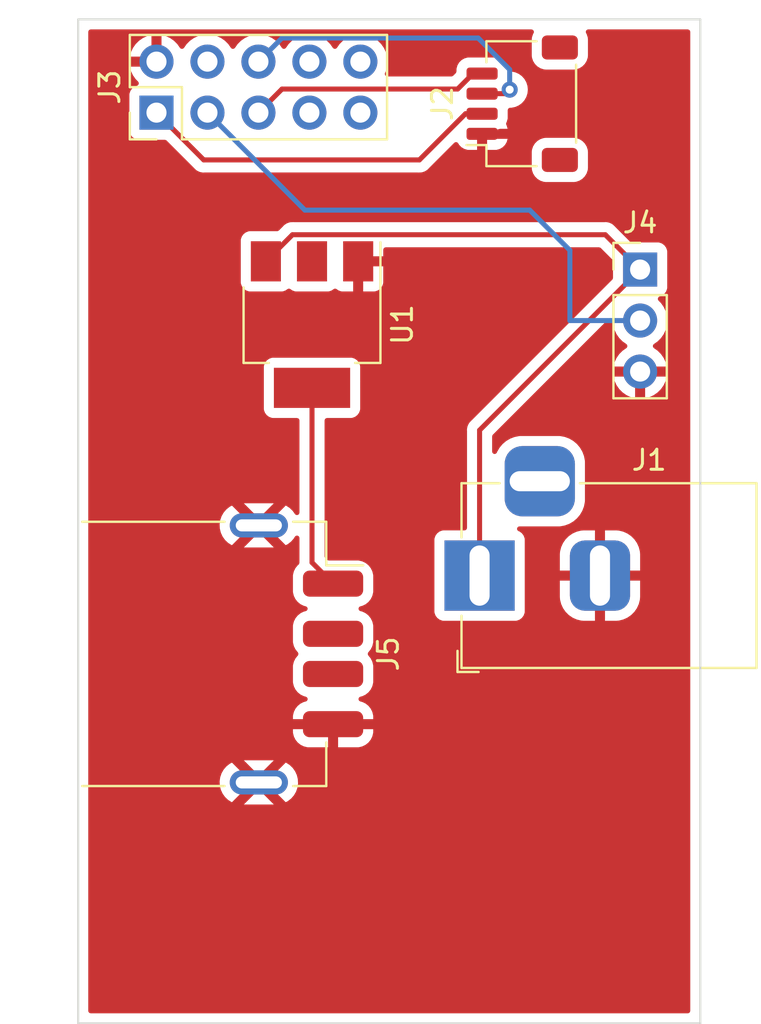
<source format=kicad_pcb>
(kicad_pcb (version 20221018) (generator pcbnew)
  (layers (0 "F.Cu" signal) (31 "B.Cu" signal) (34 "B.Paste" user) (35 "F.Paste" user) (36 "B.SilkS" user "B.Silkscreen") (37 "F.SilkS" user "F.Silkscreen") (38 "B.Mask" user) (39 "F.Mask" user) (44 "Edge.Cuts" user))
  (net 0 "")
  (net 1 "GND")
  (net 2 "+3V3")
  (net 3 "SDA")
  (net 4 "SCL")
  (net 10 "+12V")
  (net 11 "+5V")
  (net 14 "DO")
  (footprint "Connector_BarrelJack:BarrelJack_Horizontal" (layer "F.Cu") (at 96.5 90.7 180)
    (fp_text reference "J1" (at -8.45 5.75) (layer "F.SilkS"))
    (fp_text value "Input Power")
    (fp_line (start -13.8 -4.6) (end 0.9 -4.6) (stroke (width 0.12)) (layer "F.SilkS"))
    (fp_line (start -13.8 4.6) (end -13.8 -4.6) (stroke (width 0.12)) (layer "F.SilkS"))
    (fp_line (start -5 4.6) (end -13.8 4.6) (stroke (width 0.12)) (layer "F.SilkS"))
    (fp_line (start 0.05 -4.8) (end 1.1 -4.8) (stroke (width 0.12)) (layer "F.SilkS"))
    (fp_line (start 0.9 -4.6) (end 0.9 -2) (stroke (width 0.12)) (layer "F.SilkS"))
    (fp_line (start 0.9 1.9) (end 0.9 4.6) (stroke (width 0.12)) (layer "F.SilkS"))
    (fp_line (start 0.9 4.6) (end -1 4.6) (stroke (width 0.12)) (layer "F.SilkS"))
    (fp_line (start 1.1 -3.75) (end 1.1 -4.8) (stroke (width 0.12)) (layer "F.SilkS"))
    (pad "1" thru_hole rect (at 0 0 180) (size 3.5 3.5) (drill oval 1 3) (layers "*.Cu" "*.Mask") (net 10 "+12V"))
    (pad "2" thru_hole roundrect (at -6 0 180) (size 3 3.5) (drill oval 1 3) (layers "*.Cu" "*.Mask") (net 1 "GND"))
    (pad "3" thru_hole roundrect (at -3 4.7 180) (size 3.5 3.5) (drill oval 3 1) (layers "*.Cu" "*.Mask"))
  )
  (footprint "Connector_PinHeader_2.54mm:PinHeader_2x05_P2.54mm_Vertical" (layer "F.Cu") (at 80.4 67.645 90)
    (fp_text reference "J3" (at 1.27 -2.33 90) (layer "F.SilkS"))
    (fp_text value "UEXT_Slave")
    (fp_line (start -1.33 -1.33) (end 0 -1.33) (stroke (width 0.12)) (layer "F.SilkS"))
    (fp_line (start -1.33 0) (end -1.33 -1.33) (stroke (width 0.12)) (layer "F.SilkS"))
    (fp_line (start -1.33 1.27) (end -1.33 11.49) (stroke (width 0.12)) (layer "F.SilkS"))
    (fp_line (start -1.33 1.27) (end 1.27 1.27) (stroke (width 0.12)) (layer "F.SilkS"))
    (fp_line (start -1.33 11.49) (end 3.87 11.49) (stroke (width 0.12)) (layer "F.SilkS"))
    (fp_line (start 1.27 -1.33) (end 3.87 -1.33) (stroke (width 0.12)) (layer "F.SilkS"))
    (fp_line (start 1.27 1.27) (end 1.27 -1.33) (stroke (width 0.12)) (layer "F.SilkS"))
    (fp_line (start 3.87 -1.33) (end 3.87 11.49) (stroke (width 0.12)) (layer "F.SilkS"))
    (pad "1" thru_hole rect (at 0 0 90) (size 1.7 1.7) (drill 1) (layers "*.Cu" "*.Mask") (net 2 "+3V3"))
    (pad "2" thru_hole oval (at 2.54 0 90) (size 1.7 1.7) (drill 1) (layers "*.Cu" "*.Mask") (net 1 "GND"))
    (pad "3" thru_hole oval (at 0 2.54 90) (size 1.7 1.7) (drill 1) (layers "*.Cu" "*.Mask") (net 14 "DO"))
    (pad "4" thru_hole oval (at 2.54 2.54 90) (size 1.7 1.7) (drill 1) (layers "*.Cu" "*.Mask"))
    (pad "5" thru_hole oval (at 0 5.08 90) (size 1.7 1.7) (drill 1) (layers "*.Cu" "*.Mask") (net 4 "SCL"))
    (pad "6" thru_hole oval (at 2.54 5.08 90) (size 1.7 1.7) (drill 1) (layers "*.Cu" "*.Mask") (net 3 "SDA"))
    (pad "7" thru_hole oval (at 0 7.62 90) (size 1.7 1.7) (drill 1) (layers "*.Cu" "*.Mask"))
    (pad "8" thru_hole oval (at 2.54 7.62 90) (size 1.7 1.7) (drill 1) (layers "*.Cu" "*.Mask"))
    (pad "9" thru_hole oval (at 0 10.16 90) (size 1.7 1.7) (drill 1) (layers "*.Cu" "*.Mask"))
    (pad "10" thru_hole oval (at 2.54 10.16 90) (size 1.7 1.7) (drill 1) (layers "*.Cu" "*.Mask"))
  )
  (footprint "Connector_USB:USB_A_Receptacle_GCT_USB1046" (layer "F.Cu") (at 81.95 94.6 -90)
    (fp_text reference "J5" (at 0 -10 -270) (layer "F.SilkS"))
    (fp_text value "USB_A")
    (fp_line (start -6.58 -6.91) (end -6.58 -5.26) (stroke (width 0.12)) (layer "F.SilkS"))
    (fp_line (start -6.58 -1.84) (end -6.58 5.25) (stroke (width 0.12)) (layer "F.SilkS"))
    (fp_line (start -4.41 -6.91) (end -6.58 -6.91) (stroke (width 0.12)) (layer "F.SilkS"))
    (fp_line (start -4.41 -6.91) (end -4.41 -8.75) (stroke (width 0.12)) (layer "F.SilkS"))
    (fp_line (start 4.41 -6.91) (end 6.58 -6.91) (stroke (width 0.12)) (layer "F.SilkS"))
    (fp_line (start 6.58 -6.91) (end 6.58 -5.26) (stroke (width 0.12)) (layer "F.SilkS"))
    (fp_line (start 6.58 -1.84) (end 6.58 5.25) (stroke (width 0.12)) (layer "F.SilkS"))
    (pad "1" smd roundrect (at -3.5 -7.25 270) (size 1.3 3) (layers "F.Cu" "F.Paste" "F.Mask") (net 11 "+5V"))
    (pad "2" smd roundrect (at -1 -7.25 270) (size 1.3 3) (layers "F.Cu" "F.Paste" "F.Mask"))
    (pad "3" smd roundrect (at 1 -7.25 270) (size 1.3 3) (layers "F.Cu" "F.Paste" "F.Mask"))
    (pad "4" smd roundrect (at 3.5 -7.25 270) (size 1.3 3) (layers "F.Cu" "F.Paste" "F.Mask") (net 1 "GND"))
    (pad "5" thru_hole oval (at -6.4 -3.55 270) (size 1.2 2.9) (drill oval 0.6 2.3) (layers "*.Cu" "*.Mask") (net 1 "GND"))
    (pad "5" thru_hole oval (at 6.4 -3.55 270) (size 1.2 2.9) (drill oval 0.6 2.3) (layers "*.Cu" "*.Mask") (net 1 "GND"))
  )
  (footprint "Connector_JST:JST_SH_SM04B-SRSS-TB_1x04-1MP_P1.00mm_Horizontal" (layer "F.Cu") (at 98.625 67.2 90)
    (fp_text reference "J2" (at 0 -3.98 90) (layer "F.SilkS"))
    (fp_text value "Stemma QT")
    (fp_line (start -3.11 -1.785) (end -2.06 -1.785) (stroke (width 0.12)) (layer "F.SilkS"))
    (fp_line (start -3.11 0.715) (end -3.11 -1.785) (stroke (width 0.12)) (layer "F.SilkS"))
    (fp_line (start -2.06 -1.785) (end -2.06 -2.775) (stroke (width 0.12)) (layer "F.SilkS"))
    (fp_line (start -1.94 2.685) (end 1.94 2.685) (stroke (width 0.12)) (layer "F.SilkS"))
    (fp_line (start 3.11 -1.785) (end 2.06 -1.785) (stroke (width 0.12)) (layer "F.SilkS"))
    (fp_line (start 3.11 0.715) (end 3.11 -1.785) (stroke (width 0.12)) (layer "F.SilkS"))
    (pad "1" smd roundrect (at -1.5 -2 90) (size 0.6 1.55) (layers "F.Cu" "F.Paste" "F.Mask") (net 1 "GND"))
    (pad "2" smd roundrect (at -0.5 -2 90) (size 0.6 1.55) (layers "F.Cu" "F.Paste" "F.Mask") (net 2 "+3V3"))
    (pad "3" smd roundrect (at 0.5 -2 90) (size 0.6 1.55) (layers "F.Cu" "F.Paste" "F.Mask") (net 3 "SDA"))
    (pad "4" smd roundrect (at 1.5 -2 90) (size 0.6 1.55) (layers "F.Cu" "F.Paste" "F.Mask") (net 4 "SCL"))
    (pad "MP" smd roundrect (at -2.8 1.875 90) (size 1.2 1.8) (layers "F.Cu" "F.Paste" "F.Mask") (roundrect_rratio 0.208333))
    (pad "MP" smd roundrect (at 2.8 1.875 90) (size 1.2 1.8) (layers "F.Cu" "F.Paste" "F.Mask") (roundrect_rratio 0.208333))
  )
  (footprint "Connector_PinHeader_2.54mm:PinHeader_1x03_P2.54mm_Vertical" (layer "F.Cu") (at 104.5 75.46)
    (fp_text reference "J4" (at 0 -2.33) (layer "F.SilkS"))
    (fp_text value "WS2811_strand")
    (fp_line (start -1.33 -1.33) (end 0 -1.33) (stroke (width 0.12)) (layer "F.SilkS"))
    (fp_line (start -1.33 0) (end -1.33 -1.33) (stroke (width 0.12)) (layer "F.SilkS"))
    (fp_line (start -1.33 1.27) (end -1.33 6.41) (stroke (width 0.12)) (layer "F.SilkS"))
    (fp_line (start -1.33 1.27) (end 1.33 1.27) (stroke (width 0.12)) (layer "F.SilkS"))
    (fp_line (start -1.33 6.41) (end 1.33 6.41) (stroke (width 0.12)) (layer "F.SilkS"))
    (fp_line (start 1.33 1.27) (end 1.33 6.41) (stroke (width 0.12)) (layer "F.SilkS"))
    (pad "1" thru_hole rect (at 0 0) (size 1.7 1.7) (drill 1) (layers "*.Cu" "*.Mask") (net 10 "+12V"))
    (pad "2" thru_hole oval (at 0 2.54) (size 1.7 1.7) (drill 1) (layers "*.Cu" "*.Mask") (net 14 "DO"))
    (pad "3" thru_hole oval (at 0 5.08) (size 1.7 1.7) (drill 1) (layers "*.Cu" "*.Mask") (net 1 "GND"))
  )
  (footprint "Package_TO_SOT_SMD:SOT-223-3_TabPin2" (layer "F.Cu") (at 88.15 78.2 -90)
    (fp_text reference "U1" (at 0 -4.5 90) (layer "F.SilkS"))
    (fp_text value "AMS1117-5.0")
    (fp_line (start -4.1 -3.41) (end 1.91 -3.41) (stroke (width 0.12)) (layer "F.SilkS"))
    (fp_line (start -1.85 3.41) (end 1.91 3.41) (stroke (width 0.12)) (layer "F.SilkS"))
    (fp_line (start 1.91 -3.41) (end 1.91 -2.15) (stroke (width 0.12)) (layer "F.SilkS"))
    (fp_line (start 1.91 3.41) (end 1.91 2.15) (stroke (width 0.12)) (layer "F.SilkS"))
    (pad "1" smd rect (at -3.15 -2.3 270) (size 2 1.5) (layers "F.Cu" "F.Paste" "F.Mask") (net 1 "GND"))
    (pad "2" smd rect (at -3.15 0 270) (size 2 1.5) (layers "F.Cu" "F.Paste" "F.Mask") (net 11 "+5V"))
    (pad "2" smd rect (at 3.15 0 270) (size 2 3.8) (layers "F.Cu" "F.Paste" "F.Mask") (net 11 "+5V"))
    (pad "3" smd rect (at -3.15 2.3 270) (size 2 1.5) (layers "F.Cu" "F.Paste" "F.Mask") (net 10 "+12V"))
  )
  (gr_line (start 76.5 113) (end 76.5 63) (stroke (width 0.1)) (layer "Edge.Cuts"))
  (gr_line (start 76.5 63) (end 107.5 63) (stroke (width 0.1)) (layer "Edge.Cuts"))
  (gr_line (start 107.5 113) (end 76.5 113) (stroke (width 0.1)) (layer "Edge.Cuts"))
  (gr_line (start 107.5 63) (end 107.5 113) (stroke (width 0.1)) (layer "Edge.Cuts"))
  (segment (start 95.8 67.7) (end 96.625 67.7) (width 0.25) (layer "F.Cu") (net 2))
  (segment (start 82.755 70) (end 93.5 70) (width 0.25) (layer "F.Cu") (net 2))
  (segment (start 93.5 70) (end 95.8 67.7) (width 0.25) (layer "F.Cu") (net 2))
  (segment (start 80.4 67.645) (end 82.755 70) (width 0.25) (layer "F.Cu") (net 2))
  (segment (start 96.625 66.7) (end 97.8 66.7) (width 0.25) (layer "F.Cu") (net 3))
  (segment (start 97.8 66.7) (end 98 66.5) (width 0.25) (layer "F.Cu") (net 3))
  (via (at 98 66.5) (size 0.8) (drill 0.4) (layers "F.Cu" "B.Cu") (net 3))
  (segment (start 85.48 65.105) (end 86.655 63.93) (width 0.25) (layer "B.Cu") (net 3))
  (segment (start 96.43 63.93) (end 96.5 64) (width 0.25) (layer "B.Cu") (net 3))
  (segment (start 98 65.5) (end 98 66.5) (width 0.25) (layer "B.Cu") (net 3))
  (segment (start 86.655 63.93) (end 96.43 63.93) (width 0.25) (layer "B.Cu") (net 3))
  (segment (start 96.5 64) (end 98 65.5) (width 0.25) (layer "B.Cu") (net 3))
  (segment (start 96.178249 65.7) (end 96.625 65.7) (width 0.25) (layer "F.Cu") (net 4))
  (segment (start 86.655 66.47) (end 95.408249 66.47) (width 0.25) (layer "F.Cu") (net 4))
  (segment (start 85.48 67.645) (end 86.655 66.47) (width 0.25) (layer "F.Cu") (net 4))
  (segment (start 95.408249 66.47) (end 96.178249 65.7) (width 0.25) (layer "F.Cu") (net 4))
  (segment (start 96.5 83.46) (end 104.5 75.46) (width 0.25) (layer "F.Cu") (net 10))
  (segment (start 102.765 73.725) (end 104.5 75.46) (width 0.25) (layer "F.Cu") (net 10))
  (segment (start 85.85 75.05) (end 87.175 73.725) (width 0.25) (layer "F.Cu") (net 10))
  (segment (start 96.5 90.7) (end 96.5 83.46) (width 0.25) (layer "F.Cu") (net 10))
  (segment (start 87.175 73.725) (end 102.765 73.725) (width 0.25) (layer "F.Cu") (net 10))
  (segment (start 88.15 81.35) (end 88.15 90.05) (width 0.25) (layer "F.Cu") (net 11))
  (segment (start 88.15 90.05) (end 89.2 91.1) (width 0.25) (layer "F.Cu") (net 11))
  (segment (start 87.795 72.5) (end 99 72.5) (width 0.25) (layer "B.Cu") (net 14))
  (segment (start 99 72.5) (end 101 74.5) (width 0.25) (layer "B.Cu") (net 14))
  (segment (start 101 78) (end 104.5 78) (width 0.25) (layer "B.Cu") (net 14))
  (segment (start 82.94 67.645) (end 87.795 72.5) (width 0.25) (layer "B.Cu") (net 14))
  (segment (start 101 74.5) (end 101 78) (width 0.25) (layer "B.Cu") (net 14))
  (zone (net 1) (net_name "GND") (layer "F.Cu") (connect_pads (clearance 0.5)) (min_thickness 0.25) (fill yes (thermal_gap 0.5) (thermal_bridge_width 0.5))
    (polygon (pts (xy 77 63.5) (xy 107 63.5) (xy 107 112.5) (xy 77 112.5)))
  )
)
</source>
